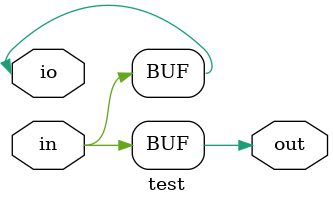
<source format=v>
module test(in, out, io);
        input wire in;
    output wire out;
    inout wire io;

// Variable declaration.
    assign  out = in;
    assign  io = in;


endmodule

</source>
